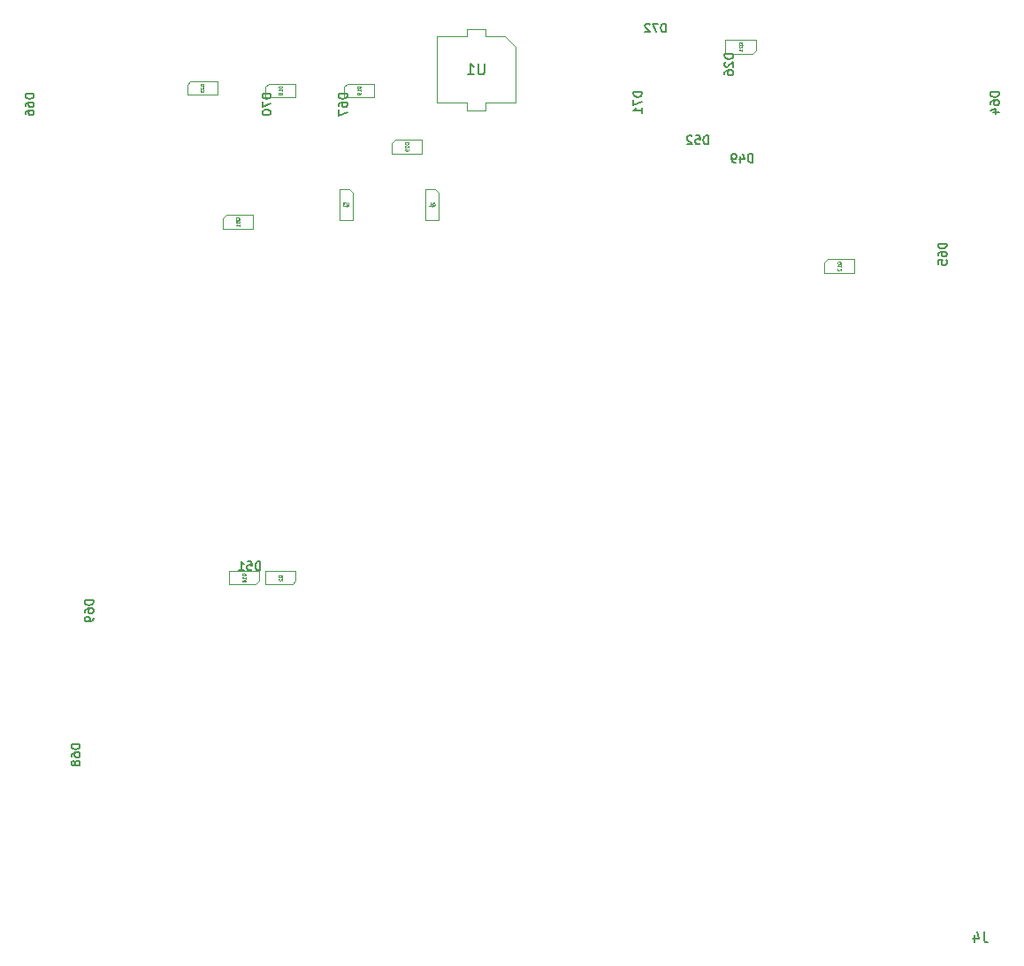
<source format=gbr>
G04 #@! TF.GenerationSoftware,KiCad,Pcbnew,7.0.1-115-g2ece2719d0*
G04 #@! TF.CreationDate,2023-05-12T01:35:33+03:00*
G04 #@! TF.ProjectId,alphax_4ch,616c7068-6178-45f3-9463-682e6b696361,G*
G04 #@! TF.SameCoordinates,PX141f5e0PYa2cace0*
G04 #@! TF.FileFunction,AssemblyDrawing,Bot*
%FSLAX46Y46*%
G04 Gerber Fmt 4.6, Leading zero omitted, Abs format (unit mm)*
G04 Created by KiCad (PCBNEW 7.0.1-115-g2ece2719d0) date 2023-05-12 01:35:33*
%MOMM*%
%LPD*%
G01*
G04 APERTURE LIST*
%ADD10C,0.170000*%
%ADD11C,0.050000*%
%ADD12C,0.150000*%
%ADD13C,0.100000*%
G04 APERTURE END LIST*
D10*
G04 #@! TO.C,D49*
X72995713Y77945652D02*
X72995713Y78765652D01*
X72995713Y78765652D02*
X72800475Y78765652D01*
X72800475Y78765652D02*
X72683332Y78726604D01*
X72683332Y78726604D02*
X72605237Y78648509D01*
X72605237Y78648509D02*
X72566190Y78570414D01*
X72566190Y78570414D02*
X72527142Y78414223D01*
X72527142Y78414223D02*
X72527142Y78297080D01*
X72527142Y78297080D02*
X72566190Y78140890D01*
X72566190Y78140890D02*
X72605237Y78062795D01*
X72605237Y78062795D02*
X72683332Y77984699D01*
X72683332Y77984699D02*
X72800475Y77945652D01*
X72800475Y77945652D02*
X72995713Y77945652D01*
X71824285Y78492319D02*
X71824285Y77945652D01*
X72019523Y78804699D02*
X72214761Y78218985D01*
X72214761Y78218985D02*
X71707142Y78218985D01*
X71355714Y77945652D02*
X71199523Y77945652D01*
X71199523Y77945652D02*
X71121428Y77984699D01*
X71121428Y77984699D02*
X71082380Y78023747D01*
X71082380Y78023747D02*
X71004285Y78140890D01*
X71004285Y78140890D02*
X70965238Y78297080D01*
X70965238Y78297080D02*
X70965238Y78609461D01*
X70965238Y78609461D02*
X71004285Y78687557D01*
X71004285Y78687557D02*
X71043333Y78726604D01*
X71043333Y78726604D02*
X71121428Y78765652D01*
X71121428Y78765652D02*
X71277619Y78765652D01*
X71277619Y78765652D02*
X71355714Y78726604D01*
X71355714Y78726604D02*
X71394761Y78687557D01*
X71394761Y78687557D02*
X71433809Y78609461D01*
X71433809Y78609461D02*
X71433809Y78414223D01*
X71433809Y78414223D02*
X71394761Y78336128D01*
X71394761Y78336128D02*
X71355714Y78297080D01*
X71355714Y78297080D02*
X71277619Y78258033D01*
X71277619Y78258033D02*
X71121428Y78258033D01*
X71121428Y78258033D02*
X71043333Y78297080D01*
X71043333Y78297080D02*
X71004285Y78336128D01*
X71004285Y78336128D02*
X70965238Y78414223D01*
D11*
G04 #@! TO.C,D23*
X20448038Y85451072D02*
X20128038Y85451072D01*
X20128038Y85451072D02*
X20128038Y85374882D01*
X20128038Y85374882D02*
X20143276Y85329167D01*
X20143276Y85329167D02*
X20173752Y85298691D01*
X20173752Y85298691D02*
X20204228Y85283453D01*
X20204228Y85283453D02*
X20265180Y85268215D01*
X20265180Y85268215D02*
X20310895Y85268215D01*
X20310895Y85268215D02*
X20371847Y85283453D01*
X20371847Y85283453D02*
X20402323Y85298691D01*
X20402323Y85298691D02*
X20432800Y85329167D01*
X20432800Y85329167D02*
X20448038Y85374882D01*
X20448038Y85374882D02*
X20448038Y85451072D01*
X20158514Y85146310D02*
X20143276Y85131072D01*
X20143276Y85131072D02*
X20128038Y85100596D01*
X20128038Y85100596D02*
X20128038Y85024405D01*
X20128038Y85024405D02*
X20143276Y84993929D01*
X20143276Y84993929D02*
X20158514Y84978691D01*
X20158514Y84978691D02*
X20188990Y84963453D01*
X20188990Y84963453D02*
X20219466Y84963453D01*
X20219466Y84963453D02*
X20265180Y84978691D01*
X20265180Y84978691D02*
X20448038Y85161548D01*
X20448038Y85161548D02*
X20448038Y84963453D01*
X20128038Y84856786D02*
X20128038Y84658691D01*
X20128038Y84658691D02*
X20249942Y84765358D01*
X20249942Y84765358D02*
X20249942Y84719643D01*
X20249942Y84719643D02*
X20265180Y84689167D01*
X20265180Y84689167D02*
X20280419Y84673929D01*
X20280419Y84673929D02*
X20310895Y84658691D01*
X20310895Y84658691D02*
X20387085Y84658691D01*
X20387085Y84658691D02*
X20417561Y84673929D01*
X20417561Y84673929D02*
X20432800Y84689167D01*
X20432800Y84689167D02*
X20448038Y84719643D01*
X20448038Y84719643D02*
X20448038Y84811072D01*
X20448038Y84811072D02*
X20432800Y84841548D01*
X20432800Y84841548D02*
X20417561Y84856786D01*
G04 #@! TO.C,Q1*
X42330476Y73721486D02*
X42360952Y73736724D01*
X42360952Y73736724D02*
X42391428Y73767200D01*
X42391428Y73767200D02*
X42437142Y73812915D01*
X42437142Y73812915D02*
X42467619Y73828153D01*
X42467619Y73828153D02*
X42498095Y73828153D01*
X42482857Y73751962D02*
X42513333Y73767200D01*
X42513333Y73767200D02*
X42543809Y73797677D01*
X42543809Y73797677D02*
X42559047Y73858629D01*
X42559047Y73858629D02*
X42559047Y73965296D01*
X42559047Y73965296D02*
X42543809Y74026248D01*
X42543809Y74026248D02*
X42513333Y74056724D01*
X42513333Y74056724D02*
X42482857Y74071962D01*
X42482857Y74071962D02*
X42421904Y74071962D01*
X42421904Y74071962D02*
X42391428Y74056724D01*
X42391428Y74056724D02*
X42360952Y74026248D01*
X42360952Y74026248D02*
X42345714Y73965296D01*
X42345714Y73965296D02*
X42345714Y73858629D01*
X42345714Y73858629D02*
X42360952Y73797677D01*
X42360952Y73797677D02*
X42391428Y73767200D01*
X42391428Y73767200D02*
X42421904Y73751962D01*
X42421904Y73751962D02*
X42482857Y73751962D01*
X42040952Y73751962D02*
X42223809Y73751962D01*
X42132381Y73751962D02*
X42132381Y74071962D01*
X42132381Y74071962D02*
X42162857Y74026248D01*
X42162857Y74026248D02*
X42193333Y73995772D01*
X42193333Y73995772D02*
X42223809Y73980534D01*
D10*
G04 #@! TO.C,D68*
X8599348Y22195714D02*
X7779348Y22195714D01*
X7779348Y22195714D02*
X7779348Y22000476D01*
X7779348Y22000476D02*
X7818396Y21883333D01*
X7818396Y21883333D02*
X7896491Y21805238D01*
X7896491Y21805238D02*
X7974586Y21766191D01*
X7974586Y21766191D02*
X8130777Y21727143D01*
X8130777Y21727143D02*
X8247920Y21727143D01*
X8247920Y21727143D02*
X8404110Y21766191D01*
X8404110Y21766191D02*
X8482205Y21805238D01*
X8482205Y21805238D02*
X8560301Y21883333D01*
X8560301Y21883333D02*
X8599348Y22000476D01*
X8599348Y22000476D02*
X8599348Y22195714D01*
X7779348Y21024286D02*
X7779348Y21180476D01*
X7779348Y21180476D02*
X7818396Y21258572D01*
X7818396Y21258572D02*
X7857443Y21297619D01*
X7857443Y21297619D02*
X7974586Y21375714D01*
X7974586Y21375714D02*
X8130777Y21414762D01*
X8130777Y21414762D02*
X8443158Y21414762D01*
X8443158Y21414762D02*
X8521253Y21375714D01*
X8521253Y21375714D02*
X8560301Y21336667D01*
X8560301Y21336667D02*
X8599348Y21258572D01*
X8599348Y21258572D02*
X8599348Y21102381D01*
X8599348Y21102381D02*
X8560301Y21024286D01*
X8560301Y21024286D02*
X8521253Y20985238D01*
X8521253Y20985238D02*
X8443158Y20946191D01*
X8443158Y20946191D02*
X8247920Y20946191D01*
X8247920Y20946191D02*
X8169824Y20985238D01*
X8169824Y20985238D02*
X8130777Y21024286D01*
X8130777Y21024286D02*
X8091729Y21102381D01*
X8091729Y21102381D02*
X8091729Y21258572D01*
X8091729Y21258572D02*
X8130777Y21336667D01*
X8130777Y21336667D02*
X8169824Y21375714D01*
X8169824Y21375714D02*
X8247920Y21414762D01*
X8130777Y20477620D02*
X8091729Y20555715D01*
X8091729Y20555715D02*
X8052681Y20594762D01*
X8052681Y20594762D02*
X7974586Y20633810D01*
X7974586Y20633810D02*
X7935539Y20633810D01*
X7935539Y20633810D02*
X7857443Y20594762D01*
X7857443Y20594762D02*
X7818396Y20555715D01*
X7818396Y20555715D02*
X7779348Y20477620D01*
X7779348Y20477620D02*
X7779348Y20321429D01*
X7779348Y20321429D02*
X7818396Y20243334D01*
X7818396Y20243334D02*
X7857443Y20204286D01*
X7857443Y20204286D02*
X7935539Y20165239D01*
X7935539Y20165239D02*
X7974586Y20165239D01*
X7974586Y20165239D02*
X8052681Y20204286D01*
X8052681Y20204286D02*
X8091729Y20243334D01*
X8091729Y20243334D02*
X8130777Y20321429D01*
X8130777Y20321429D02*
X8130777Y20477620D01*
X8130777Y20477620D02*
X8169824Y20555715D01*
X8169824Y20555715D02*
X8208872Y20594762D01*
X8208872Y20594762D02*
X8286967Y20633810D01*
X8286967Y20633810D02*
X8443158Y20633810D01*
X8443158Y20633810D02*
X8521253Y20594762D01*
X8521253Y20594762D02*
X8560301Y20555715D01*
X8560301Y20555715D02*
X8599348Y20477620D01*
X8599348Y20477620D02*
X8599348Y20321429D01*
X8599348Y20321429D02*
X8560301Y20243334D01*
X8560301Y20243334D02*
X8521253Y20204286D01*
X8521253Y20204286D02*
X8443158Y20165239D01*
X8443158Y20165239D02*
X8286967Y20165239D01*
X8286967Y20165239D02*
X8208872Y20204286D01*
X8208872Y20204286D02*
X8169824Y20243334D01*
X8169824Y20243334D02*
X8130777Y20321429D01*
G04 #@! TO.C,D65*
X91584348Y70170714D02*
X90764348Y70170714D01*
X90764348Y70170714D02*
X90764348Y69975476D01*
X90764348Y69975476D02*
X90803396Y69858333D01*
X90803396Y69858333D02*
X90881491Y69780238D01*
X90881491Y69780238D02*
X90959586Y69741191D01*
X90959586Y69741191D02*
X91115777Y69702143D01*
X91115777Y69702143D02*
X91232920Y69702143D01*
X91232920Y69702143D02*
X91389110Y69741191D01*
X91389110Y69741191D02*
X91467205Y69780238D01*
X91467205Y69780238D02*
X91545301Y69858333D01*
X91545301Y69858333D02*
X91584348Y69975476D01*
X91584348Y69975476D02*
X91584348Y70170714D01*
X90764348Y68999286D02*
X90764348Y69155476D01*
X90764348Y69155476D02*
X90803396Y69233572D01*
X90803396Y69233572D02*
X90842443Y69272619D01*
X90842443Y69272619D02*
X90959586Y69350714D01*
X90959586Y69350714D02*
X91115777Y69389762D01*
X91115777Y69389762D02*
X91428158Y69389762D01*
X91428158Y69389762D02*
X91506253Y69350714D01*
X91506253Y69350714D02*
X91545301Y69311667D01*
X91545301Y69311667D02*
X91584348Y69233572D01*
X91584348Y69233572D02*
X91584348Y69077381D01*
X91584348Y69077381D02*
X91545301Y68999286D01*
X91545301Y68999286D02*
X91506253Y68960238D01*
X91506253Y68960238D02*
X91428158Y68921191D01*
X91428158Y68921191D02*
X91232920Y68921191D01*
X91232920Y68921191D02*
X91154824Y68960238D01*
X91154824Y68960238D02*
X91115777Y68999286D01*
X91115777Y68999286D02*
X91076729Y69077381D01*
X91076729Y69077381D02*
X91076729Y69233572D01*
X91076729Y69233572D02*
X91115777Y69311667D01*
X91115777Y69311667D02*
X91154824Y69350714D01*
X91154824Y69350714D02*
X91232920Y69389762D01*
X90764348Y68179286D02*
X90764348Y68569762D01*
X90764348Y68569762D02*
X91154824Y68608810D01*
X91154824Y68608810D02*
X91115777Y68569762D01*
X91115777Y68569762D02*
X91076729Y68491667D01*
X91076729Y68491667D02*
X91076729Y68296429D01*
X91076729Y68296429D02*
X91115777Y68218334D01*
X91115777Y68218334D02*
X91154824Y68179286D01*
X91154824Y68179286D02*
X91232920Y68140239D01*
X91232920Y68140239D02*
X91428158Y68140239D01*
X91428158Y68140239D02*
X91506253Y68179286D01*
X91506253Y68179286D02*
X91545301Y68218334D01*
X91545301Y68218334D02*
X91584348Y68296429D01*
X91584348Y68296429D02*
X91584348Y68491667D01*
X91584348Y68491667D02*
X91545301Y68569762D01*
X91545301Y68569762D02*
X91506253Y68608810D01*
D11*
G04 #@! TO.C,Q3*
X34092976Y73721486D02*
X34123452Y73736724D01*
X34123452Y73736724D02*
X34153928Y73767200D01*
X34153928Y73767200D02*
X34199642Y73812915D01*
X34199642Y73812915D02*
X34230119Y73828153D01*
X34230119Y73828153D02*
X34260595Y73828153D01*
X34245357Y73751962D02*
X34275833Y73767200D01*
X34275833Y73767200D02*
X34306309Y73797677D01*
X34306309Y73797677D02*
X34321547Y73858629D01*
X34321547Y73858629D02*
X34321547Y73965296D01*
X34321547Y73965296D02*
X34306309Y74026248D01*
X34306309Y74026248D02*
X34275833Y74056724D01*
X34275833Y74056724D02*
X34245357Y74071962D01*
X34245357Y74071962D02*
X34184404Y74071962D01*
X34184404Y74071962D02*
X34153928Y74056724D01*
X34153928Y74056724D02*
X34123452Y74026248D01*
X34123452Y74026248D02*
X34108214Y73965296D01*
X34108214Y73965296D02*
X34108214Y73858629D01*
X34108214Y73858629D02*
X34123452Y73797677D01*
X34123452Y73797677D02*
X34153928Y73767200D01*
X34153928Y73767200D02*
X34184404Y73751962D01*
X34184404Y73751962D02*
X34245357Y73751962D01*
X34001547Y74071962D02*
X33803452Y74071962D01*
X33803452Y74071962D02*
X33910119Y73950058D01*
X33910119Y73950058D02*
X33864404Y73950058D01*
X33864404Y73950058D02*
X33833928Y73934820D01*
X33833928Y73934820D02*
X33818690Y73919581D01*
X33818690Y73919581D02*
X33803452Y73889105D01*
X33803452Y73889105D02*
X33803452Y73812915D01*
X33803452Y73812915D02*
X33818690Y73782439D01*
X33818690Y73782439D02*
X33833928Y73767200D01*
X33833928Y73767200D02*
X33864404Y73751962D01*
X33864404Y73751962D02*
X33955833Y73751962D01*
X33955833Y73751962D02*
X33986309Y73767200D01*
X33986309Y73767200D02*
X34001547Y73782439D01*
G04 #@! TO.C,D19*
X35448038Y85226072D02*
X35128038Y85226072D01*
X35128038Y85226072D02*
X35128038Y85149882D01*
X35128038Y85149882D02*
X35143276Y85104167D01*
X35143276Y85104167D02*
X35173752Y85073691D01*
X35173752Y85073691D02*
X35204228Y85058453D01*
X35204228Y85058453D02*
X35265180Y85043215D01*
X35265180Y85043215D02*
X35310895Y85043215D01*
X35310895Y85043215D02*
X35371847Y85058453D01*
X35371847Y85058453D02*
X35402323Y85073691D01*
X35402323Y85073691D02*
X35432800Y85104167D01*
X35432800Y85104167D02*
X35448038Y85149882D01*
X35448038Y85149882D02*
X35448038Y85226072D01*
X35448038Y84738453D02*
X35448038Y84921310D01*
X35448038Y84829882D02*
X35128038Y84829882D01*
X35128038Y84829882D02*
X35173752Y84860358D01*
X35173752Y84860358D02*
X35204228Y84890834D01*
X35204228Y84890834D02*
X35219466Y84921310D01*
X35448038Y84586072D02*
X35448038Y84525120D01*
X35448038Y84525120D02*
X35432800Y84494643D01*
X35432800Y84494643D02*
X35417561Y84479405D01*
X35417561Y84479405D02*
X35371847Y84448929D01*
X35371847Y84448929D02*
X35310895Y84433691D01*
X35310895Y84433691D02*
X35188990Y84433691D01*
X35188990Y84433691D02*
X35158514Y84448929D01*
X35158514Y84448929D02*
X35143276Y84464167D01*
X35143276Y84464167D02*
X35128038Y84494643D01*
X35128038Y84494643D02*
X35128038Y84555596D01*
X35128038Y84555596D02*
X35143276Y84586072D01*
X35143276Y84586072D02*
X35158514Y84601310D01*
X35158514Y84601310D02*
X35188990Y84616548D01*
X35188990Y84616548D02*
X35265180Y84616548D01*
X35265180Y84616548D02*
X35295657Y84601310D01*
X35295657Y84601310D02*
X35310895Y84586072D01*
X35310895Y84586072D02*
X35326133Y84555596D01*
X35326133Y84555596D02*
X35326133Y84494643D01*
X35326133Y84494643D02*
X35310895Y84464167D01*
X35310895Y84464167D02*
X35295657Y84448929D01*
X35295657Y84448929D02*
X35265180Y84433691D01*
D10*
G04 #@! TO.C,D26*
X71129348Y88333214D02*
X70309348Y88333214D01*
X70309348Y88333214D02*
X70309348Y88137976D01*
X70309348Y88137976D02*
X70348396Y88020833D01*
X70348396Y88020833D02*
X70426491Y87942738D01*
X70426491Y87942738D02*
X70504586Y87903691D01*
X70504586Y87903691D02*
X70660777Y87864643D01*
X70660777Y87864643D02*
X70777920Y87864643D01*
X70777920Y87864643D02*
X70934110Y87903691D01*
X70934110Y87903691D02*
X71012205Y87942738D01*
X71012205Y87942738D02*
X71090301Y88020833D01*
X71090301Y88020833D02*
X71129348Y88137976D01*
X71129348Y88137976D02*
X71129348Y88333214D01*
X70387443Y87552262D02*
X70348396Y87513214D01*
X70348396Y87513214D02*
X70309348Y87435119D01*
X70309348Y87435119D02*
X70309348Y87239881D01*
X70309348Y87239881D02*
X70348396Y87161786D01*
X70348396Y87161786D02*
X70387443Y87122738D01*
X70387443Y87122738D02*
X70465539Y87083691D01*
X70465539Y87083691D02*
X70543634Y87083691D01*
X70543634Y87083691D02*
X70660777Y87122738D01*
X70660777Y87122738D02*
X71129348Y87591310D01*
X71129348Y87591310D02*
X71129348Y87083691D01*
X70309348Y86380834D02*
X70309348Y86537024D01*
X70309348Y86537024D02*
X70348396Y86615120D01*
X70348396Y86615120D02*
X70387443Y86654167D01*
X70387443Y86654167D02*
X70504586Y86732262D01*
X70504586Y86732262D02*
X70660777Y86771310D01*
X70660777Y86771310D02*
X70973158Y86771310D01*
X70973158Y86771310D02*
X71051253Y86732262D01*
X71051253Y86732262D02*
X71090301Y86693215D01*
X71090301Y86693215D02*
X71129348Y86615120D01*
X71129348Y86615120D02*
X71129348Y86458929D01*
X71129348Y86458929D02*
X71090301Y86380834D01*
X71090301Y86380834D02*
X71051253Y86341786D01*
X71051253Y86341786D02*
X70973158Y86302739D01*
X70973158Y86302739D02*
X70777920Y86302739D01*
X70777920Y86302739D02*
X70699824Y86341786D01*
X70699824Y86341786D02*
X70660777Y86380834D01*
X70660777Y86380834D02*
X70621729Y86458929D01*
X70621729Y86458929D02*
X70621729Y86615120D01*
X70621729Y86615120D02*
X70660777Y86693215D01*
X70660777Y86693215D02*
X70699824Y86732262D01*
X70699824Y86732262D02*
X70777920Y86771310D01*
G04 #@! TO.C,D72*
X64695713Y90420652D02*
X64695713Y91240652D01*
X64695713Y91240652D02*
X64500475Y91240652D01*
X64500475Y91240652D02*
X64383332Y91201604D01*
X64383332Y91201604D02*
X64305237Y91123509D01*
X64305237Y91123509D02*
X64266190Y91045414D01*
X64266190Y91045414D02*
X64227142Y90889223D01*
X64227142Y90889223D02*
X64227142Y90772080D01*
X64227142Y90772080D02*
X64266190Y90615890D01*
X64266190Y90615890D02*
X64305237Y90537795D01*
X64305237Y90537795D02*
X64383332Y90459699D01*
X64383332Y90459699D02*
X64500475Y90420652D01*
X64500475Y90420652D02*
X64695713Y90420652D01*
X63953809Y91240652D02*
X63407142Y91240652D01*
X63407142Y91240652D02*
X63758571Y90420652D01*
X63133809Y91162557D02*
X63094761Y91201604D01*
X63094761Y91201604D02*
X63016666Y91240652D01*
X63016666Y91240652D02*
X62821428Y91240652D01*
X62821428Y91240652D02*
X62743333Y91201604D01*
X62743333Y91201604D02*
X62704285Y91162557D01*
X62704285Y91162557D02*
X62665238Y91084461D01*
X62665238Y91084461D02*
X62665238Y91006366D01*
X62665238Y91006366D02*
X62704285Y90889223D01*
X62704285Y90889223D02*
X63172857Y90420652D01*
X63172857Y90420652D02*
X62665238Y90420652D01*
D11*
G04 #@! TO.C,D29*
X40048038Y79826072D02*
X39728038Y79826072D01*
X39728038Y79826072D02*
X39728038Y79749882D01*
X39728038Y79749882D02*
X39743276Y79704167D01*
X39743276Y79704167D02*
X39773752Y79673691D01*
X39773752Y79673691D02*
X39804228Y79658453D01*
X39804228Y79658453D02*
X39865180Y79643215D01*
X39865180Y79643215D02*
X39910895Y79643215D01*
X39910895Y79643215D02*
X39971847Y79658453D01*
X39971847Y79658453D02*
X40002323Y79673691D01*
X40002323Y79673691D02*
X40032800Y79704167D01*
X40032800Y79704167D02*
X40048038Y79749882D01*
X40048038Y79749882D02*
X40048038Y79826072D01*
X39758514Y79521310D02*
X39743276Y79506072D01*
X39743276Y79506072D02*
X39728038Y79475596D01*
X39728038Y79475596D02*
X39728038Y79399405D01*
X39728038Y79399405D02*
X39743276Y79368929D01*
X39743276Y79368929D02*
X39758514Y79353691D01*
X39758514Y79353691D02*
X39788990Y79338453D01*
X39788990Y79338453D02*
X39819466Y79338453D01*
X39819466Y79338453D02*
X39865180Y79353691D01*
X39865180Y79353691D02*
X40048038Y79536548D01*
X40048038Y79536548D02*
X40048038Y79338453D01*
X40048038Y79186072D02*
X40048038Y79125120D01*
X40048038Y79125120D02*
X40032800Y79094643D01*
X40032800Y79094643D02*
X40017561Y79079405D01*
X40017561Y79079405D02*
X39971847Y79048929D01*
X39971847Y79048929D02*
X39910895Y79033691D01*
X39910895Y79033691D02*
X39788990Y79033691D01*
X39788990Y79033691D02*
X39758514Y79048929D01*
X39758514Y79048929D02*
X39743276Y79064167D01*
X39743276Y79064167D02*
X39728038Y79094643D01*
X39728038Y79094643D02*
X39728038Y79155596D01*
X39728038Y79155596D02*
X39743276Y79186072D01*
X39743276Y79186072D02*
X39758514Y79201310D01*
X39758514Y79201310D02*
X39788990Y79216548D01*
X39788990Y79216548D02*
X39865180Y79216548D01*
X39865180Y79216548D02*
X39895657Y79201310D01*
X39895657Y79201310D02*
X39910895Y79186072D01*
X39910895Y79186072D02*
X39926133Y79155596D01*
X39926133Y79155596D02*
X39926133Y79094643D01*
X39926133Y79094643D02*
X39910895Y79064167D01*
X39910895Y79064167D02*
X39895657Y79048929D01*
X39895657Y79048929D02*
X39865180Y79033691D01*
D10*
G04 #@! TO.C,D71*
X62399348Y84695714D02*
X61579348Y84695714D01*
X61579348Y84695714D02*
X61579348Y84500476D01*
X61579348Y84500476D02*
X61618396Y84383333D01*
X61618396Y84383333D02*
X61696491Y84305238D01*
X61696491Y84305238D02*
X61774586Y84266191D01*
X61774586Y84266191D02*
X61930777Y84227143D01*
X61930777Y84227143D02*
X62047920Y84227143D01*
X62047920Y84227143D02*
X62204110Y84266191D01*
X62204110Y84266191D02*
X62282205Y84305238D01*
X62282205Y84305238D02*
X62360301Y84383333D01*
X62360301Y84383333D02*
X62399348Y84500476D01*
X62399348Y84500476D02*
X62399348Y84695714D01*
X61579348Y83953810D02*
X61579348Y83407143D01*
X61579348Y83407143D02*
X62399348Y83758572D01*
X62399348Y82665239D02*
X62399348Y83133810D01*
X62399348Y82899524D02*
X61579348Y82899524D01*
X61579348Y82899524D02*
X61696491Y82977620D01*
X61696491Y82977620D02*
X61774586Y83055715D01*
X61774586Y83055715D02*
X61813634Y83133810D01*
D12*
G04 #@! TO.C,U1*
X47307194Y87377381D02*
X47307194Y86567858D01*
X47307194Y86567858D02*
X47259575Y86472620D01*
X47259575Y86472620D02*
X47211956Y86425000D01*
X47211956Y86425000D02*
X47116718Y86377381D01*
X47116718Y86377381D02*
X46926242Y86377381D01*
X46926242Y86377381D02*
X46831004Y86425000D01*
X46831004Y86425000D02*
X46783385Y86472620D01*
X46783385Y86472620D02*
X46735766Y86567858D01*
X46735766Y86567858D02*
X46735766Y87377381D01*
X45735766Y86377381D02*
X46307194Y86377381D01*
X46021480Y86377381D02*
X46021480Y87377381D01*
X46021480Y87377381D02*
X46116718Y87234524D01*
X46116718Y87234524D02*
X46211956Y87139286D01*
X46211956Y87139286D02*
X46307194Y87091667D01*
D11*
G04 #@! TO.C,Q12*
X81478514Y68182858D02*
X81463276Y68213334D01*
X81463276Y68213334D02*
X81432800Y68243810D01*
X81432800Y68243810D02*
X81387085Y68289524D01*
X81387085Y68289524D02*
X81371847Y68320001D01*
X81371847Y68320001D02*
X81371847Y68350477D01*
X81448038Y68335239D02*
X81432800Y68365715D01*
X81432800Y68365715D02*
X81402323Y68396191D01*
X81402323Y68396191D02*
X81341371Y68411429D01*
X81341371Y68411429D02*
X81234704Y68411429D01*
X81234704Y68411429D02*
X81173752Y68396191D01*
X81173752Y68396191D02*
X81143276Y68365715D01*
X81143276Y68365715D02*
X81128038Y68335239D01*
X81128038Y68335239D02*
X81128038Y68274286D01*
X81128038Y68274286D02*
X81143276Y68243810D01*
X81143276Y68243810D02*
X81173752Y68213334D01*
X81173752Y68213334D02*
X81234704Y68198096D01*
X81234704Y68198096D02*
X81341371Y68198096D01*
X81341371Y68198096D02*
X81402323Y68213334D01*
X81402323Y68213334D02*
X81432800Y68243810D01*
X81432800Y68243810D02*
X81448038Y68274286D01*
X81448038Y68274286D02*
X81448038Y68335239D01*
X81448038Y67893334D02*
X81448038Y68076191D01*
X81448038Y67984763D02*
X81128038Y67984763D01*
X81128038Y67984763D02*
X81173752Y68015239D01*
X81173752Y68015239D02*
X81204228Y68045715D01*
X81204228Y68045715D02*
X81219466Y68076191D01*
X81158514Y67771429D02*
X81143276Y67756191D01*
X81143276Y67756191D02*
X81128038Y67725715D01*
X81128038Y67725715D02*
X81128038Y67649524D01*
X81128038Y67649524D02*
X81143276Y67619048D01*
X81143276Y67619048D02*
X81158514Y67603810D01*
X81158514Y67603810D02*
X81188990Y67588572D01*
X81188990Y67588572D02*
X81219466Y67588572D01*
X81219466Y67588572D02*
X81265180Y67603810D01*
X81265180Y67603810D02*
X81448038Y67786667D01*
X81448038Y67786667D02*
X81448038Y67588572D01*
G04 #@! TO.C,Q2*
X27978514Y38188058D02*
X27963276Y38218534D01*
X27963276Y38218534D02*
X27932800Y38249010D01*
X27932800Y38249010D02*
X27887085Y38294724D01*
X27887085Y38294724D02*
X27871847Y38325201D01*
X27871847Y38325201D02*
X27871847Y38355677D01*
X27948038Y38340439D02*
X27932800Y38370915D01*
X27932800Y38370915D02*
X27902323Y38401391D01*
X27902323Y38401391D02*
X27841371Y38416629D01*
X27841371Y38416629D02*
X27734704Y38416629D01*
X27734704Y38416629D02*
X27673752Y38401391D01*
X27673752Y38401391D02*
X27643276Y38370915D01*
X27643276Y38370915D02*
X27628038Y38340439D01*
X27628038Y38340439D02*
X27628038Y38279486D01*
X27628038Y38279486D02*
X27643276Y38249010D01*
X27643276Y38249010D02*
X27673752Y38218534D01*
X27673752Y38218534D02*
X27734704Y38203296D01*
X27734704Y38203296D02*
X27841371Y38203296D01*
X27841371Y38203296D02*
X27902323Y38218534D01*
X27902323Y38218534D02*
X27932800Y38249010D01*
X27932800Y38249010D02*
X27948038Y38279486D01*
X27948038Y38279486D02*
X27948038Y38340439D01*
X27658514Y38081391D02*
X27643276Y38066153D01*
X27643276Y38066153D02*
X27628038Y38035677D01*
X27628038Y38035677D02*
X27628038Y37959486D01*
X27628038Y37959486D02*
X27643276Y37929010D01*
X27643276Y37929010D02*
X27658514Y37913772D01*
X27658514Y37913772D02*
X27688990Y37898534D01*
X27688990Y37898534D02*
X27719466Y37898534D01*
X27719466Y37898534D02*
X27765180Y37913772D01*
X27765180Y37913772D02*
X27948038Y38096629D01*
X27948038Y38096629D02*
X27948038Y37898534D01*
D10*
G04 #@! TO.C,D64*
X96584348Y84670714D02*
X95764348Y84670714D01*
X95764348Y84670714D02*
X95764348Y84475476D01*
X95764348Y84475476D02*
X95803396Y84358333D01*
X95803396Y84358333D02*
X95881491Y84280238D01*
X95881491Y84280238D02*
X95959586Y84241191D01*
X95959586Y84241191D02*
X96115777Y84202143D01*
X96115777Y84202143D02*
X96232920Y84202143D01*
X96232920Y84202143D02*
X96389110Y84241191D01*
X96389110Y84241191D02*
X96467205Y84280238D01*
X96467205Y84280238D02*
X96545301Y84358333D01*
X96545301Y84358333D02*
X96584348Y84475476D01*
X96584348Y84475476D02*
X96584348Y84670714D01*
X95764348Y83499286D02*
X95764348Y83655476D01*
X95764348Y83655476D02*
X95803396Y83733572D01*
X95803396Y83733572D02*
X95842443Y83772619D01*
X95842443Y83772619D02*
X95959586Y83850714D01*
X95959586Y83850714D02*
X96115777Y83889762D01*
X96115777Y83889762D02*
X96428158Y83889762D01*
X96428158Y83889762D02*
X96506253Y83850714D01*
X96506253Y83850714D02*
X96545301Y83811667D01*
X96545301Y83811667D02*
X96584348Y83733572D01*
X96584348Y83733572D02*
X96584348Y83577381D01*
X96584348Y83577381D02*
X96545301Y83499286D01*
X96545301Y83499286D02*
X96506253Y83460238D01*
X96506253Y83460238D02*
X96428158Y83421191D01*
X96428158Y83421191D02*
X96232920Y83421191D01*
X96232920Y83421191D02*
X96154824Y83460238D01*
X96154824Y83460238D02*
X96115777Y83499286D01*
X96115777Y83499286D02*
X96076729Y83577381D01*
X96076729Y83577381D02*
X96076729Y83733572D01*
X96076729Y83733572D02*
X96115777Y83811667D01*
X96115777Y83811667D02*
X96154824Y83850714D01*
X96154824Y83850714D02*
X96232920Y83889762D01*
X96037681Y82718334D02*
X96584348Y82718334D01*
X95725301Y82913572D02*
X96311015Y83108810D01*
X96311015Y83108810D02*
X96311015Y82601191D01*
D11*
G04 #@! TO.C,Q16*
X24478514Y38340439D02*
X24463276Y38370915D01*
X24463276Y38370915D02*
X24432800Y38401391D01*
X24432800Y38401391D02*
X24387085Y38447105D01*
X24387085Y38447105D02*
X24371847Y38477582D01*
X24371847Y38477582D02*
X24371847Y38508058D01*
X24448038Y38492820D02*
X24432800Y38523296D01*
X24432800Y38523296D02*
X24402323Y38553772D01*
X24402323Y38553772D02*
X24341371Y38569010D01*
X24341371Y38569010D02*
X24234704Y38569010D01*
X24234704Y38569010D02*
X24173752Y38553772D01*
X24173752Y38553772D02*
X24143276Y38523296D01*
X24143276Y38523296D02*
X24128038Y38492820D01*
X24128038Y38492820D02*
X24128038Y38431867D01*
X24128038Y38431867D02*
X24143276Y38401391D01*
X24143276Y38401391D02*
X24173752Y38370915D01*
X24173752Y38370915D02*
X24234704Y38355677D01*
X24234704Y38355677D02*
X24341371Y38355677D01*
X24341371Y38355677D02*
X24402323Y38370915D01*
X24402323Y38370915D02*
X24432800Y38401391D01*
X24432800Y38401391D02*
X24448038Y38431867D01*
X24448038Y38431867D02*
X24448038Y38492820D01*
X24448038Y38050915D02*
X24448038Y38233772D01*
X24448038Y38142344D02*
X24128038Y38142344D01*
X24128038Y38142344D02*
X24173752Y38172820D01*
X24173752Y38172820D02*
X24204228Y38203296D01*
X24204228Y38203296D02*
X24219466Y38233772D01*
X24128038Y37776629D02*
X24128038Y37837582D01*
X24128038Y37837582D02*
X24143276Y37868058D01*
X24143276Y37868058D02*
X24158514Y37883296D01*
X24158514Y37883296D02*
X24204228Y37913772D01*
X24204228Y37913772D02*
X24265180Y37929010D01*
X24265180Y37929010D02*
X24387085Y37929010D01*
X24387085Y37929010D02*
X24417561Y37913772D01*
X24417561Y37913772D02*
X24432800Y37898534D01*
X24432800Y37898534D02*
X24448038Y37868058D01*
X24448038Y37868058D02*
X24448038Y37807105D01*
X24448038Y37807105D02*
X24432800Y37776629D01*
X24432800Y37776629D02*
X24417561Y37761391D01*
X24417561Y37761391D02*
X24387085Y37746153D01*
X24387085Y37746153D02*
X24310895Y37746153D01*
X24310895Y37746153D02*
X24280419Y37761391D01*
X24280419Y37761391D02*
X24265180Y37776629D01*
X24265180Y37776629D02*
X24249942Y37807105D01*
X24249942Y37807105D02*
X24249942Y37868058D01*
X24249942Y37868058D02*
X24265180Y37898534D01*
X24265180Y37898534D02*
X24280419Y37913772D01*
X24280419Y37913772D02*
X24310895Y37929010D01*
D10*
G04 #@! TO.C,D51*
X25845713Y38878233D02*
X25845713Y39698233D01*
X25845713Y39698233D02*
X25650475Y39698233D01*
X25650475Y39698233D02*
X25533332Y39659185D01*
X25533332Y39659185D02*
X25455237Y39581090D01*
X25455237Y39581090D02*
X25416190Y39502995D01*
X25416190Y39502995D02*
X25377142Y39346804D01*
X25377142Y39346804D02*
X25377142Y39229661D01*
X25377142Y39229661D02*
X25416190Y39073471D01*
X25416190Y39073471D02*
X25455237Y38995376D01*
X25455237Y38995376D02*
X25533332Y38917280D01*
X25533332Y38917280D02*
X25650475Y38878233D01*
X25650475Y38878233D02*
X25845713Y38878233D01*
X24635237Y39698233D02*
X25025713Y39698233D01*
X25025713Y39698233D02*
X25064761Y39307757D01*
X25064761Y39307757D02*
X25025713Y39346804D01*
X25025713Y39346804D02*
X24947618Y39385852D01*
X24947618Y39385852D02*
X24752380Y39385852D01*
X24752380Y39385852D02*
X24674285Y39346804D01*
X24674285Y39346804D02*
X24635237Y39307757D01*
X24635237Y39307757D02*
X24596190Y39229661D01*
X24596190Y39229661D02*
X24596190Y39034423D01*
X24596190Y39034423D02*
X24635237Y38956328D01*
X24635237Y38956328D02*
X24674285Y38917280D01*
X24674285Y38917280D02*
X24752380Y38878233D01*
X24752380Y38878233D02*
X24947618Y38878233D01*
X24947618Y38878233D02*
X25025713Y38917280D01*
X25025713Y38917280D02*
X25064761Y38956328D01*
X23815238Y38878233D02*
X24283809Y38878233D01*
X24049523Y38878233D02*
X24049523Y39698233D01*
X24049523Y39698233D02*
X24127619Y39581090D01*
X24127619Y39581090D02*
X24205714Y39502995D01*
X24205714Y39502995D02*
X24283809Y39463947D01*
D11*
G04 #@! TO.C,Q21*
X72028514Y89182858D02*
X72013276Y89213334D01*
X72013276Y89213334D02*
X71982800Y89243810D01*
X71982800Y89243810D02*
X71937085Y89289524D01*
X71937085Y89289524D02*
X71921847Y89320001D01*
X71921847Y89320001D02*
X71921847Y89350477D01*
X71998038Y89335239D02*
X71982800Y89365715D01*
X71982800Y89365715D02*
X71952323Y89396191D01*
X71952323Y89396191D02*
X71891371Y89411429D01*
X71891371Y89411429D02*
X71784704Y89411429D01*
X71784704Y89411429D02*
X71723752Y89396191D01*
X71723752Y89396191D02*
X71693276Y89365715D01*
X71693276Y89365715D02*
X71678038Y89335239D01*
X71678038Y89335239D02*
X71678038Y89274286D01*
X71678038Y89274286D02*
X71693276Y89243810D01*
X71693276Y89243810D02*
X71723752Y89213334D01*
X71723752Y89213334D02*
X71784704Y89198096D01*
X71784704Y89198096D02*
X71891371Y89198096D01*
X71891371Y89198096D02*
X71952323Y89213334D01*
X71952323Y89213334D02*
X71982800Y89243810D01*
X71982800Y89243810D02*
X71998038Y89274286D01*
X71998038Y89274286D02*
X71998038Y89335239D01*
X71708514Y89076191D02*
X71693276Y89060953D01*
X71693276Y89060953D02*
X71678038Y89030477D01*
X71678038Y89030477D02*
X71678038Y88954286D01*
X71678038Y88954286D02*
X71693276Y88923810D01*
X71693276Y88923810D02*
X71708514Y88908572D01*
X71708514Y88908572D02*
X71738990Y88893334D01*
X71738990Y88893334D02*
X71769466Y88893334D01*
X71769466Y88893334D02*
X71815180Y88908572D01*
X71815180Y88908572D02*
X71998038Y89091429D01*
X71998038Y89091429D02*
X71998038Y88893334D01*
X71998038Y88588572D02*
X71998038Y88771429D01*
X71998038Y88680001D02*
X71678038Y88680001D01*
X71678038Y88680001D02*
X71723752Y88710477D01*
X71723752Y88710477D02*
X71754228Y88740953D01*
X71754228Y88740953D02*
X71769466Y88771429D01*
G04 #@! TO.C,D18*
X27948038Y85226072D02*
X27628038Y85226072D01*
X27628038Y85226072D02*
X27628038Y85149882D01*
X27628038Y85149882D02*
X27643276Y85104167D01*
X27643276Y85104167D02*
X27673752Y85073691D01*
X27673752Y85073691D02*
X27704228Y85058453D01*
X27704228Y85058453D02*
X27765180Y85043215D01*
X27765180Y85043215D02*
X27810895Y85043215D01*
X27810895Y85043215D02*
X27871847Y85058453D01*
X27871847Y85058453D02*
X27902323Y85073691D01*
X27902323Y85073691D02*
X27932800Y85104167D01*
X27932800Y85104167D02*
X27948038Y85149882D01*
X27948038Y85149882D02*
X27948038Y85226072D01*
X27948038Y84738453D02*
X27948038Y84921310D01*
X27948038Y84829882D02*
X27628038Y84829882D01*
X27628038Y84829882D02*
X27673752Y84860358D01*
X27673752Y84860358D02*
X27704228Y84890834D01*
X27704228Y84890834D02*
X27719466Y84921310D01*
X27765180Y84555596D02*
X27749942Y84586072D01*
X27749942Y84586072D02*
X27734704Y84601310D01*
X27734704Y84601310D02*
X27704228Y84616548D01*
X27704228Y84616548D02*
X27688990Y84616548D01*
X27688990Y84616548D02*
X27658514Y84601310D01*
X27658514Y84601310D02*
X27643276Y84586072D01*
X27643276Y84586072D02*
X27628038Y84555596D01*
X27628038Y84555596D02*
X27628038Y84494643D01*
X27628038Y84494643D02*
X27643276Y84464167D01*
X27643276Y84464167D02*
X27658514Y84448929D01*
X27658514Y84448929D02*
X27688990Y84433691D01*
X27688990Y84433691D02*
X27704228Y84433691D01*
X27704228Y84433691D02*
X27734704Y84448929D01*
X27734704Y84448929D02*
X27749942Y84464167D01*
X27749942Y84464167D02*
X27765180Y84494643D01*
X27765180Y84494643D02*
X27765180Y84555596D01*
X27765180Y84555596D02*
X27780419Y84586072D01*
X27780419Y84586072D02*
X27795657Y84601310D01*
X27795657Y84601310D02*
X27826133Y84616548D01*
X27826133Y84616548D02*
X27887085Y84616548D01*
X27887085Y84616548D02*
X27917561Y84601310D01*
X27917561Y84601310D02*
X27932800Y84586072D01*
X27932800Y84586072D02*
X27948038Y84555596D01*
X27948038Y84555596D02*
X27948038Y84494643D01*
X27948038Y84494643D02*
X27932800Y84464167D01*
X27932800Y84464167D02*
X27917561Y84448929D01*
X27917561Y84448929D02*
X27887085Y84433691D01*
X27887085Y84433691D02*
X27826133Y84433691D01*
X27826133Y84433691D02*
X27795657Y84448929D01*
X27795657Y84448929D02*
X27780419Y84464167D01*
X27780419Y84464167D02*
X27765180Y84494643D01*
D12*
G04 #@! TO.C,J4*
X95133333Y4237381D02*
X95133333Y3523096D01*
X95133333Y3523096D02*
X95180952Y3380239D01*
X95180952Y3380239D02*
X95276190Y3285000D01*
X95276190Y3285000D02*
X95419047Y3237381D01*
X95419047Y3237381D02*
X95514285Y3237381D01*
X94228571Y3904048D02*
X94228571Y3237381D01*
X94466666Y4285000D02*
X94704761Y3570715D01*
X94704761Y3570715D02*
X94085714Y3570715D01*
D10*
G04 #@! TO.C,D70*
X26874348Y84520714D02*
X26054348Y84520714D01*
X26054348Y84520714D02*
X26054348Y84325476D01*
X26054348Y84325476D02*
X26093396Y84208333D01*
X26093396Y84208333D02*
X26171491Y84130238D01*
X26171491Y84130238D02*
X26249586Y84091191D01*
X26249586Y84091191D02*
X26405777Y84052143D01*
X26405777Y84052143D02*
X26522920Y84052143D01*
X26522920Y84052143D02*
X26679110Y84091191D01*
X26679110Y84091191D02*
X26757205Y84130238D01*
X26757205Y84130238D02*
X26835301Y84208333D01*
X26835301Y84208333D02*
X26874348Y84325476D01*
X26874348Y84325476D02*
X26874348Y84520714D01*
X26054348Y83778810D02*
X26054348Y83232143D01*
X26054348Y83232143D02*
X26874348Y83583572D01*
X26054348Y82763572D02*
X26054348Y82685477D01*
X26054348Y82685477D02*
X26093396Y82607381D01*
X26093396Y82607381D02*
X26132443Y82568334D01*
X26132443Y82568334D02*
X26210539Y82529286D01*
X26210539Y82529286D02*
X26366729Y82490239D01*
X26366729Y82490239D02*
X26561967Y82490239D01*
X26561967Y82490239D02*
X26718158Y82529286D01*
X26718158Y82529286D02*
X26796253Y82568334D01*
X26796253Y82568334D02*
X26835301Y82607381D01*
X26835301Y82607381D02*
X26874348Y82685477D01*
X26874348Y82685477D02*
X26874348Y82763572D01*
X26874348Y82763572D02*
X26835301Y82841667D01*
X26835301Y82841667D02*
X26796253Y82880715D01*
X26796253Y82880715D02*
X26718158Y82919762D01*
X26718158Y82919762D02*
X26561967Y82958810D01*
X26561967Y82958810D02*
X26366729Y82958810D01*
X26366729Y82958810D02*
X26210539Y82919762D01*
X26210539Y82919762D02*
X26132443Y82880715D01*
X26132443Y82880715D02*
X26093396Y82841667D01*
X26093396Y82841667D02*
X26054348Y82763572D01*
G04 #@! TO.C,D67*
X34179348Y84495714D02*
X33359348Y84495714D01*
X33359348Y84495714D02*
X33359348Y84300476D01*
X33359348Y84300476D02*
X33398396Y84183333D01*
X33398396Y84183333D02*
X33476491Y84105238D01*
X33476491Y84105238D02*
X33554586Y84066191D01*
X33554586Y84066191D02*
X33710777Y84027143D01*
X33710777Y84027143D02*
X33827920Y84027143D01*
X33827920Y84027143D02*
X33984110Y84066191D01*
X33984110Y84066191D02*
X34062205Y84105238D01*
X34062205Y84105238D02*
X34140301Y84183333D01*
X34140301Y84183333D02*
X34179348Y84300476D01*
X34179348Y84300476D02*
X34179348Y84495714D01*
X33359348Y83324286D02*
X33359348Y83480476D01*
X33359348Y83480476D02*
X33398396Y83558572D01*
X33398396Y83558572D02*
X33437443Y83597619D01*
X33437443Y83597619D02*
X33554586Y83675714D01*
X33554586Y83675714D02*
X33710777Y83714762D01*
X33710777Y83714762D02*
X34023158Y83714762D01*
X34023158Y83714762D02*
X34101253Y83675714D01*
X34101253Y83675714D02*
X34140301Y83636667D01*
X34140301Y83636667D02*
X34179348Y83558572D01*
X34179348Y83558572D02*
X34179348Y83402381D01*
X34179348Y83402381D02*
X34140301Y83324286D01*
X34140301Y83324286D02*
X34101253Y83285238D01*
X34101253Y83285238D02*
X34023158Y83246191D01*
X34023158Y83246191D02*
X33827920Y83246191D01*
X33827920Y83246191D02*
X33749824Y83285238D01*
X33749824Y83285238D02*
X33710777Y83324286D01*
X33710777Y83324286D02*
X33671729Y83402381D01*
X33671729Y83402381D02*
X33671729Y83558572D01*
X33671729Y83558572D02*
X33710777Y83636667D01*
X33710777Y83636667D02*
X33749824Y83675714D01*
X33749824Y83675714D02*
X33827920Y83714762D01*
X33359348Y82972858D02*
X33359348Y82426191D01*
X33359348Y82426191D02*
X34179348Y82777620D01*
G04 #@! TO.C,D52*
X68745713Y79683152D02*
X68745713Y80503152D01*
X68745713Y80503152D02*
X68550475Y80503152D01*
X68550475Y80503152D02*
X68433332Y80464104D01*
X68433332Y80464104D02*
X68355237Y80386009D01*
X68355237Y80386009D02*
X68316190Y80307914D01*
X68316190Y80307914D02*
X68277142Y80151723D01*
X68277142Y80151723D02*
X68277142Y80034580D01*
X68277142Y80034580D02*
X68316190Y79878390D01*
X68316190Y79878390D02*
X68355237Y79800295D01*
X68355237Y79800295D02*
X68433332Y79722199D01*
X68433332Y79722199D02*
X68550475Y79683152D01*
X68550475Y79683152D02*
X68745713Y79683152D01*
X67535237Y80503152D02*
X67925713Y80503152D01*
X67925713Y80503152D02*
X67964761Y80112676D01*
X67964761Y80112676D02*
X67925713Y80151723D01*
X67925713Y80151723D02*
X67847618Y80190771D01*
X67847618Y80190771D02*
X67652380Y80190771D01*
X67652380Y80190771D02*
X67574285Y80151723D01*
X67574285Y80151723D02*
X67535237Y80112676D01*
X67535237Y80112676D02*
X67496190Y80034580D01*
X67496190Y80034580D02*
X67496190Y79839342D01*
X67496190Y79839342D02*
X67535237Y79761247D01*
X67535237Y79761247D02*
X67574285Y79722199D01*
X67574285Y79722199D02*
X67652380Y79683152D01*
X67652380Y79683152D02*
X67847618Y79683152D01*
X67847618Y79683152D02*
X67925713Y79722199D01*
X67925713Y79722199D02*
X67964761Y79761247D01*
X67183809Y80425057D02*
X67144761Y80464104D01*
X67144761Y80464104D02*
X67066666Y80503152D01*
X67066666Y80503152D02*
X66871428Y80503152D01*
X66871428Y80503152D02*
X66793333Y80464104D01*
X66793333Y80464104D02*
X66754285Y80425057D01*
X66754285Y80425057D02*
X66715238Y80346961D01*
X66715238Y80346961D02*
X66715238Y80268866D01*
X66715238Y80268866D02*
X66754285Y80151723D01*
X66754285Y80151723D02*
X67222857Y79683152D01*
X67222857Y79683152D02*
X66715238Y79683152D01*
G04 #@! TO.C,D66*
X4179348Y84495714D02*
X3359348Y84495714D01*
X3359348Y84495714D02*
X3359348Y84300476D01*
X3359348Y84300476D02*
X3398396Y84183333D01*
X3398396Y84183333D02*
X3476491Y84105238D01*
X3476491Y84105238D02*
X3554586Y84066191D01*
X3554586Y84066191D02*
X3710777Y84027143D01*
X3710777Y84027143D02*
X3827920Y84027143D01*
X3827920Y84027143D02*
X3984110Y84066191D01*
X3984110Y84066191D02*
X4062205Y84105238D01*
X4062205Y84105238D02*
X4140301Y84183333D01*
X4140301Y84183333D02*
X4179348Y84300476D01*
X4179348Y84300476D02*
X4179348Y84495714D01*
X3359348Y83324286D02*
X3359348Y83480476D01*
X3359348Y83480476D02*
X3398396Y83558572D01*
X3398396Y83558572D02*
X3437443Y83597619D01*
X3437443Y83597619D02*
X3554586Y83675714D01*
X3554586Y83675714D02*
X3710777Y83714762D01*
X3710777Y83714762D02*
X4023158Y83714762D01*
X4023158Y83714762D02*
X4101253Y83675714D01*
X4101253Y83675714D02*
X4140301Y83636667D01*
X4140301Y83636667D02*
X4179348Y83558572D01*
X4179348Y83558572D02*
X4179348Y83402381D01*
X4179348Y83402381D02*
X4140301Y83324286D01*
X4140301Y83324286D02*
X4101253Y83285238D01*
X4101253Y83285238D02*
X4023158Y83246191D01*
X4023158Y83246191D02*
X3827920Y83246191D01*
X3827920Y83246191D02*
X3749824Y83285238D01*
X3749824Y83285238D02*
X3710777Y83324286D01*
X3710777Y83324286D02*
X3671729Y83402381D01*
X3671729Y83402381D02*
X3671729Y83558572D01*
X3671729Y83558572D02*
X3710777Y83636667D01*
X3710777Y83636667D02*
X3749824Y83675714D01*
X3749824Y83675714D02*
X3827920Y83714762D01*
X3359348Y82543334D02*
X3359348Y82699524D01*
X3359348Y82699524D02*
X3398396Y82777620D01*
X3398396Y82777620D02*
X3437443Y82816667D01*
X3437443Y82816667D02*
X3554586Y82894762D01*
X3554586Y82894762D02*
X3710777Y82933810D01*
X3710777Y82933810D02*
X4023158Y82933810D01*
X4023158Y82933810D02*
X4101253Y82894762D01*
X4101253Y82894762D02*
X4140301Y82855715D01*
X4140301Y82855715D02*
X4179348Y82777620D01*
X4179348Y82777620D02*
X4179348Y82621429D01*
X4179348Y82621429D02*
X4140301Y82543334D01*
X4140301Y82543334D02*
X4101253Y82504286D01*
X4101253Y82504286D02*
X4023158Y82465239D01*
X4023158Y82465239D02*
X3827920Y82465239D01*
X3827920Y82465239D02*
X3749824Y82504286D01*
X3749824Y82504286D02*
X3710777Y82543334D01*
X3710777Y82543334D02*
X3671729Y82621429D01*
X3671729Y82621429D02*
X3671729Y82777620D01*
X3671729Y82777620D02*
X3710777Y82855715D01*
X3710777Y82855715D02*
X3749824Y82894762D01*
X3749824Y82894762D02*
X3827920Y82933810D01*
G04 #@! TO.C,D69*
X9879348Y35995714D02*
X9059348Y35995714D01*
X9059348Y35995714D02*
X9059348Y35800476D01*
X9059348Y35800476D02*
X9098396Y35683333D01*
X9098396Y35683333D02*
X9176491Y35605238D01*
X9176491Y35605238D02*
X9254586Y35566191D01*
X9254586Y35566191D02*
X9410777Y35527143D01*
X9410777Y35527143D02*
X9527920Y35527143D01*
X9527920Y35527143D02*
X9684110Y35566191D01*
X9684110Y35566191D02*
X9762205Y35605238D01*
X9762205Y35605238D02*
X9840301Y35683333D01*
X9840301Y35683333D02*
X9879348Y35800476D01*
X9879348Y35800476D02*
X9879348Y35995714D01*
X9059348Y34824286D02*
X9059348Y34980476D01*
X9059348Y34980476D02*
X9098396Y35058572D01*
X9098396Y35058572D02*
X9137443Y35097619D01*
X9137443Y35097619D02*
X9254586Y35175714D01*
X9254586Y35175714D02*
X9410777Y35214762D01*
X9410777Y35214762D02*
X9723158Y35214762D01*
X9723158Y35214762D02*
X9801253Y35175714D01*
X9801253Y35175714D02*
X9840301Y35136667D01*
X9840301Y35136667D02*
X9879348Y35058572D01*
X9879348Y35058572D02*
X9879348Y34902381D01*
X9879348Y34902381D02*
X9840301Y34824286D01*
X9840301Y34824286D02*
X9801253Y34785238D01*
X9801253Y34785238D02*
X9723158Y34746191D01*
X9723158Y34746191D02*
X9527920Y34746191D01*
X9527920Y34746191D02*
X9449824Y34785238D01*
X9449824Y34785238D02*
X9410777Y34824286D01*
X9410777Y34824286D02*
X9371729Y34902381D01*
X9371729Y34902381D02*
X9371729Y35058572D01*
X9371729Y35058572D02*
X9410777Y35136667D01*
X9410777Y35136667D02*
X9449824Y35175714D01*
X9449824Y35175714D02*
X9527920Y35214762D01*
X9879348Y34355715D02*
X9879348Y34199524D01*
X9879348Y34199524D02*
X9840301Y34121429D01*
X9840301Y34121429D02*
X9801253Y34082381D01*
X9801253Y34082381D02*
X9684110Y34004286D01*
X9684110Y34004286D02*
X9527920Y33965239D01*
X9527920Y33965239D02*
X9215539Y33965239D01*
X9215539Y33965239D02*
X9137443Y34004286D01*
X9137443Y34004286D02*
X9098396Y34043334D01*
X9098396Y34043334D02*
X9059348Y34121429D01*
X9059348Y34121429D02*
X9059348Y34277620D01*
X9059348Y34277620D02*
X9098396Y34355715D01*
X9098396Y34355715D02*
X9137443Y34394762D01*
X9137443Y34394762D02*
X9215539Y34433810D01*
X9215539Y34433810D02*
X9410777Y34433810D01*
X9410777Y34433810D02*
X9488872Y34394762D01*
X9488872Y34394762D02*
X9527920Y34355715D01*
X9527920Y34355715D02*
X9566967Y34277620D01*
X9566967Y34277620D02*
X9566967Y34121429D01*
X9566967Y34121429D02*
X9527920Y34043334D01*
X9527920Y34043334D02*
X9488872Y34004286D01*
X9488872Y34004286D02*
X9410777Y33965239D01*
D11*
G04 #@! TO.C,Q51*
X23878514Y72420358D02*
X23863276Y72450834D01*
X23863276Y72450834D02*
X23832800Y72481310D01*
X23832800Y72481310D02*
X23787085Y72527024D01*
X23787085Y72527024D02*
X23771847Y72557501D01*
X23771847Y72557501D02*
X23771847Y72587977D01*
X23848038Y72572739D02*
X23832800Y72603215D01*
X23832800Y72603215D02*
X23802323Y72633691D01*
X23802323Y72633691D02*
X23741371Y72648929D01*
X23741371Y72648929D02*
X23634704Y72648929D01*
X23634704Y72648929D02*
X23573752Y72633691D01*
X23573752Y72633691D02*
X23543276Y72603215D01*
X23543276Y72603215D02*
X23528038Y72572739D01*
X23528038Y72572739D02*
X23528038Y72511786D01*
X23528038Y72511786D02*
X23543276Y72481310D01*
X23543276Y72481310D02*
X23573752Y72450834D01*
X23573752Y72450834D02*
X23634704Y72435596D01*
X23634704Y72435596D02*
X23741371Y72435596D01*
X23741371Y72435596D02*
X23802323Y72450834D01*
X23802323Y72450834D02*
X23832800Y72481310D01*
X23832800Y72481310D02*
X23848038Y72511786D01*
X23848038Y72511786D02*
X23848038Y72572739D01*
X23528038Y72146072D02*
X23528038Y72298453D01*
X23528038Y72298453D02*
X23680419Y72313691D01*
X23680419Y72313691D02*
X23665180Y72298453D01*
X23665180Y72298453D02*
X23649942Y72267977D01*
X23649942Y72267977D02*
X23649942Y72191786D01*
X23649942Y72191786D02*
X23665180Y72161310D01*
X23665180Y72161310D02*
X23680419Y72146072D01*
X23680419Y72146072D02*
X23710895Y72130834D01*
X23710895Y72130834D02*
X23787085Y72130834D01*
X23787085Y72130834D02*
X23817561Y72146072D01*
X23817561Y72146072D02*
X23832800Y72161310D01*
X23832800Y72161310D02*
X23848038Y72191786D01*
X23848038Y72191786D02*
X23848038Y72267977D01*
X23848038Y72267977D02*
X23832800Y72298453D01*
X23832800Y72298453D02*
X23817561Y72313691D01*
X23848038Y71826072D02*
X23848038Y72008929D01*
X23848038Y71917501D02*
X23528038Y71917501D01*
X23528038Y71917501D02*
X23573752Y71947977D01*
X23573752Y71947977D02*
X23604228Y71978453D01*
X23604228Y71978453D02*
X23619466Y72008929D01*
D13*
G04 #@! TO.C,D23*
X21750000Y85712500D02*
X19175000Y85712500D01*
X19175000Y85712500D02*
X18850000Y85387500D01*
X18850000Y85387500D02*
X18850000Y84412500D01*
X21750000Y84412500D02*
X21750000Y85712500D01*
X18850000Y84412500D02*
X21750000Y84412500D01*
G04 #@! TO.C,Q1*
X42950000Y72450000D02*
X42950000Y75025000D01*
X42950000Y75025000D02*
X42625000Y75350000D01*
X42625000Y75350000D02*
X41650000Y75350000D01*
X41650000Y72450000D02*
X42950000Y72450000D01*
X41650000Y75350000D02*
X41650000Y72450000D01*
G04 #@! TO.C,Q3*
X34712500Y72450000D02*
X34712500Y75025000D01*
X34712500Y75025000D02*
X34387500Y75350000D01*
X34387500Y75350000D02*
X33412500Y75350000D01*
X33412500Y72450000D02*
X34712500Y72450000D01*
X33412500Y75350000D02*
X33412500Y72450000D01*
G04 #@! TO.C,D19*
X36750000Y85487500D02*
X34175000Y85487500D01*
X34175000Y85487500D02*
X33850000Y85162500D01*
X33850000Y85162500D02*
X33850000Y84187500D01*
X36750000Y84187500D02*
X36750000Y85487500D01*
X33850000Y84187500D02*
X36750000Y84187500D01*
G04 #@! TO.C,D29*
X41350000Y80087500D02*
X38775000Y80087500D01*
X38775000Y80087500D02*
X38450000Y79762500D01*
X38450000Y79762500D02*
X38450000Y78787500D01*
X41350000Y78787500D02*
X41350000Y80087500D01*
X38450000Y78787500D02*
X41350000Y78787500D01*
G04 #@! TO.C,U1*
X50295290Y83640000D02*
X50295290Y89040000D01*
X49295290Y90040000D02*
X50295290Y89040000D01*
X49295290Y90040000D02*
X47445290Y90040000D01*
X47445290Y82940000D02*
X47445290Y83640000D01*
X47445290Y83640000D02*
X50295290Y83640000D01*
X47445290Y90040000D02*
X47445290Y90740000D01*
X47445290Y90740000D02*
X45645290Y90740000D01*
X45645290Y82940000D02*
X47445290Y82940000D01*
X45645290Y83640000D02*
X45645290Y82940000D01*
X45645290Y90040000D02*
X42795290Y90040000D01*
X45645290Y90740000D02*
X45645290Y90040000D01*
X42795290Y83640000D02*
X45645290Y83640000D01*
X42795290Y90040000D02*
X42795290Y83640000D01*
G04 #@! TO.C,Q12*
X82750000Y68650000D02*
X80175000Y68650000D01*
X80175000Y68650000D02*
X79850000Y68325000D01*
X79850000Y68325000D02*
X79850000Y67350000D01*
X82750000Y67350000D02*
X82750000Y68650000D01*
X79850000Y67350000D02*
X82750000Y67350000D01*
G04 #@! TO.C,Q2*
X26350000Y37507581D02*
X28925000Y37507581D01*
X28925000Y37507581D02*
X29250000Y37832581D01*
X29250000Y37832581D02*
X29250000Y38807581D01*
X26350000Y38807581D02*
X26350000Y37507581D01*
X29250000Y38807581D02*
X26350000Y38807581D01*
G04 #@! TO.C,Q16*
X22850000Y37507581D02*
X25425000Y37507581D01*
X25425000Y37507581D02*
X25750000Y37832581D01*
X25750000Y37832581D02*
X25750000Y38807581D01*
X22850000Y38807581D02*
X22850000Y37507581D01*
X25750000Y38807581D02*
X22850000Y38807581D01*
G04 #@! TO.C,Q21*
X70400000Y88350000D02*
X72975000Y88350000D01*
X72975000Y88350000D02*
X73300000Y88675000D01*
X73300000Y88675000D02*
X73300000Y89650000D01*
X70400000Y89650000D02*
X70400000Y88350000D01*
X73300000Y89650000D02*
X70400000Y89650000D01*
G04 #@! TO.C,D18*
X29250000Y85487500D02*
X26675000Y85487500D01*
X26675000Y85487500D02*
X26350000Y85162500D01*
X26350000Y85162500D02*
X26350000Y84187500D01*
X29250000Y84187500D02*
X29250000Y85487500D01*
X26350000Y84187500D02*
X29250000Y84187500D01*
G04 #@! TO.C,Q51*
X25150000Y72887500D02*
X22575000Y72887500D01*
X22575000Y72887500D02*
X22250000Y72562500D01*
X22250000Y72562500D02*
X22250000Y71587500D01*
X25150000Y71587500D02*
X25150000Y72887500D01*
X22250000Y71587500D02*
X25150000Y71587500D01*
G04 #@! TD*
M02*

</source>
